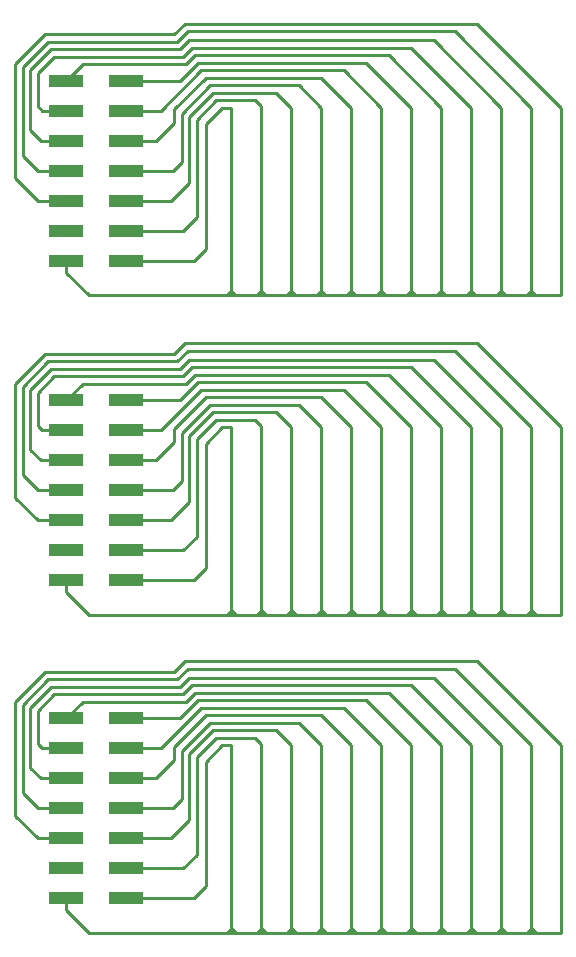
<source format=gbr>
%TF.GenerationSoftware,KiCad,Pcbnew,(5.1.6)-1*%
%TF.CreationDate,2022-05-26T21:55:08-04:00*%
%TF.ProjectId,sensor_v1,73656e73-6f72-45f7-9631-2e6b69636164,rev?*%
%TF.SameCoordinates,Original*%
%TF.FileFunction,Copper,L1,Top*%
%TF.FilePolarity,Positive*%
%FSLAX46Y46*%
G04 Gerber Fmt 4.6, Leading zero omitted, Abs format (unit mm)*
G04 Created by KiCad (PCBNEW (5.1.6)-1) date 2022-05-26 21:55:08*
%MOMM*%
%LPD*%
G01*
G04 APERTURE LIST*
%TA.AperFunction,SMDPad,CuDef*%
%ADD10R,3.000000X1.000000*%
%TD*%
%TA.AperFunction,Conductor*%
%ADD11C,0.250000*%
%TD*%
G04 APERTURE END LIST*
D10*
%TO.P,REF\u002A\u002A,1*%
%TO.N,N/C*%
X102977000Y-103251000D03*
%TO.P,REF\u002A\u002A,2*%
X97937000Y-103251000D03*
%TO.P,REF\u002A\u002A,3*%
X102977000Y-105791000D03*
%TO.P,REF\u002A\u002A,4*%
X97937000Y-105791000D03*
%TO.P,REF\u002A\u002A,5*%
X102977000Y-108331000D03*
%TO.P,REF\u002A\u002A,6*%
X97937000Y-108331000D03*
%TO.P,REF\u002A\u002A,7*%
X102977000Y-110871000D03*
%TO.P,REF\u002A\u002A,8*%
X97937000Y-110871000D03*
%TO.P,REF\u002A\u002A,9*%
X102977000Y-113411000D03*
%TO.P,REF\u002A\u002A,10*%
X97937000Y-113411000D03*
%TO.P,REF\u002A\u002A,11*%
X102977000Y-115951000D03*
%TO.P,REF\u002A\u002A,12*%
X97937000Y-115951000D03*
%TO.P,REF\u002A\u002A,13*%
X102977000Y-118491000D03*
%TO.P,REF\u002A\u002A,14*%
X97937000Y-118491000D03*
%TD*%
%TO.P,REF\u002A\u002A,1*%
%TO.N,N/C*%
X102977000Y-76327000D03*
%TO.P,REF\u002A\u002A,2*%
X97937000Y-76327000D03*
%TO.P,REF\u002A\u002A,3*%
X102977000Y-78867000D03*
%TO.P,REF\u002A\u002A,4*%
X97937000Y-78867000D03*
%TO.P,REF\u002A\u002A,5*%
X102977000Y-81407000D03*
%TO.P,REF\u002A\u002A,6*%
X97937000Y-81407000D03*
%TO.P,REF\u002A\u002A,7*%
X102977000Y-83947000D03*
%TO.P,REF\u002A\u002A,8*%
X97937000Y-83947000D03*
%TO.P,REF\u002A\u002A,9*%
X102977000Y-86487000D03*
%TO.P,REF\u002A\u002A,10*%
X97937000Y-86487000D03*
%TO.P,REF\u002A\u002A,11*%
X102977000Y-89027000D03*
%TO.P,REF\u002A\u002A,12*%
X97937000Y-89027000D03*
%TO.P,REF\u002A\u002A,13*%
X102977000Y-91567000D03*
%TO.P,REF\u002A\u002A,14*%
X97937000Y-91567000D03*
%TD*%
%TO.P,REF\u002A\u002A,14*%
%TO.N,N/C*%
X97937000Y-64516000D03*
%TO.P,REF\u002A\u002A,13*%
X102977000Y-64516000D03*
%TO.P,REF\u002A\u002A,12*%
X97937000Y-61976000D03*
%TO.P,REF\u002A\u002A,11*%
X102977000Y-61976000D03*
%TO.P,REF\u002A\u002A,10*%
X97937000Y-59436000D03*
%TO.P,REF\u002A\u002A,9*%
X102977000Y-59436000D03*
%TO.P,REF\u002A\u002A,8*%
X97937000Y-56896000D03*
%TO.P,REF\u002A\u002A,7*%
X102977000Y-56896000D03*
%TO.P,REF\u002A\u002A,6*%
X97937000Y-54356000D03*
%TO.P,REF\u002A\u002A,5*%
X102977000Y-54356000D03*
%TO.P,REF\u002A\u002A,4*%
X97937000Y-51816000D03*
%TO.P,REF\u002A\u002A,3*%
X102977000Y-51816000D03*
%TO.P,REF\u002A\u002A,2*%
X97937000Y-49276000D03*
%TO.P,REF\u002A\u002A,1*%
X102977000Y-49276000D03*
%TD*%
D11*
%TO.N,*%
X97937000Y-65552000D02*
X97937000Y-64516000D01*
X99822000Y-67437000D02*
X97937000Y-65552000D01*
X108712000Y-64516000D02*
X102977000Y-64516000D01*
X111887000Y-51562000D02*
X111125000Y-51562000D01*
X111125000Y-51562000D02*
X109728000Y-52959000D01*
X109728000Y-52959000D02*
X109728000Y-63500000D01*
X109728000Y-63500000D02*
X108712000Y-64516000D01*
X108966000Y-60833000D02*
X107823000Y-61976000D01*
X107823000Y-61976000D02*
X102977000Y-61976000D01*
X114427000Y-51435000D02*
X113919000Y-50927000D01*
X110617000Y-50927000D02*
X108966000Y-52578000D01*
X108966000Y-52578000D02*
X108966000Y-60833000D01*
X113919000Y-50927000D02*
X110617000Y-50927000D01*
X106807000Y-59436000D02*
X102977000Y-59436000D01*
X108331000Y-57912000D02*
X106807000Y-59436000D01*
X116967000Y-51562000D02*
X115697000Y-50292000D01*
X108331000Y-52324000D02*
X108331000Y-57912000D01*
X115697000Y-50292000D02*
X110363000Y-50292000D01*
X110363000Y-50292000D02*
X108331000Y-52324000D01*
X106934000Y-56896000D02*
X102977000Y-56896000D01*
X119507000Y-51562000D02*
X117602000Y-49657000D01*
X117602000Y-49657000D02*
X110109000Y-49657000D01*
X107696000Y-52070000D02*
X107696000Y-56134000D01*
X107696000Y-56134000D02*
X106934000Y-56896000D01*
X110109000Y-49657000D02*
X107696000Y-52070000D01*
X107061000Y-52832000D02*
X105537000Y-54356000D01*
X105537000Y-54356000D02*
X102977000Y-54356000D01*
X122047000Y-51562000D02*
X119507000Y-49022000D01*
X109728000Y-49022000D02*
X107061000Y-51689000D01*
X119507000Y-49022000D02*
X109728000Y-49022000D01*
X107061000Y-51689000D02*
X107061000Y-52832000D01*
X105918000Y-51816000D02*
X102977000Y-51816000D01*
X121412000Y-48387000D02*
X109347000Y-48387000D01*
X109347000Y-48387000D02*
X105918000Y-51816000D01*
X124587000Y-51562000D02*
X121412000Y-48387000D01*
X107569000Y-49276000D02*
X102977000Y-49276000D01*
X123317000Y-47752000D02*
X109093000Y-47752000D01*
X109093000Y-47752000D02*
X107569000Y-49276000D01*
X127127000Y-51562000D02*
X123317000Y-47752000D01*
X99334000Y-47879000D02*
X97937000Y-49276000D01*
X129667000Y-51562000D02*
X125222000Y-47117000D01*
X125222000Y-47117000D02*
X108839000Y-47117000D01*
X108077000Y-47879000D02*
X99334000Y-47879000D01*
X108839000Y-47117000D02*
X108077000Y-47879000D01*
X95885000Y-51816000D02*
X97937000Y-51816000D01*
X95504000Y-51435000D02*
X95885000Y-51816000D01*
X132207000Y-51562000D02*
X127127000Y-46482000D01*
X95504000Y-48641000D02*
X95504000Y-51435000D01*
X96901000Y-47244000D02*
X95504000Y-48641000D01*
X108585000Y-46482000D02*
X107823000Y-47244000D01*
X127127000Y-46482000D02*
X108585000Y-46482000D01*
X107823000Y-47244000D02*
X96901000Y-47244000D01*
X95758000Y-54356000D02*
X97937000Y-54356000D01*
X94869000Y-53467000D02*
X95758000Y-54356000D01*
X96647000Y-46609000D02*
X94869000Y-48387000D01*
X134747000Y-51562000D02*
X129032000Y-45847000D01*
X108331000Y-45847000D02*
X107569000Y-46609000D01*
X129032000Y-45847000D02*
X108331000Y-45847000D01*
X94869000Y-48387000D02*
X94869000Y-53467000D01*
X107569000Y-46609000D02*
X96647000Y-46609000D01*
X95504000Y-56896000D02*
X97937000Y-56896000D01*
X94234000Y-48133000D02*
X94234000Y-55626000D01*
X137287000Y-51562000D02*
X130810000Y-45085000D01*
X130810000Y-45085000D02*
X108204000Y-45085000D01*
X96393000Y-45974000D02*
X94234000Y-48133000D01*
X108204000Y-45085000D02*
X107315000Y-45974000D01*
X94234000Y-55626000D02*
X95504000Y-56896000D01*
X107315000Y-45974000D02*
X96393000Y-45974000D01*
X108077000Y-74930000D02*
X99334000Y-74930000D01*
X108839000Y-74168000D02*
X108077000Y-74930000D01*
X129667000Y-78613000D02*
X125222000Y-74168000D01*
X125222000Y-74168000D02*
X108839000Y-74168000D01*
X132207000Y-78613000D02*
X127127000Y-73533000D01*
X96901000Y-74295000D02*
X95504000Y-75692000D01*
X95504000Y-75692000D02*
X95504000Y-78486000D01*
X95885000Y-78867000D02*
X97937000Y-78867000D01*
X95504000Y-78486000D02*
X95885000Y-78867000D01*
X108585000Y-73533000D02*
X107823000Y-74295000D01*
X107823000Y-74295000D02*
X96901000Y-74295000D01*
X127127000Y-73533000D02*
X108585000Y-73533000D01*
X107315000Y-73025000D02*
X96393000Y-73025000D01*
X95504000Y-83947000D02*
X97937000Y-83947000D01*
X94234000Y-75184000D02*
X94234000Y-82677000D01*
X137287000Y-78613000D02*
X130810000Y-72136000D01*
X108204000Y-72136000D02*
X107315000Y-73025000D01*
X130810000Y-72136000D02*
X108204000Y-72136000D01*
X96393000Y-73025000D02*
X94234000Y-75184000D01*
X94234000Y-82677000D02*
X95504000Y-83947000D01*
X109728000Y-80010000D02*
X109728000Y-90551000D01*
X109728000Y-90551000D02*
X108712000Y-91567000D01*
X108712000Y-91567000D02*
X102977000Y-91567000D01*
X111125000Y-78613000D02*
X109728000Y-80010000D01*
X111887000Y-78613000D02*
X111125000Y-78613000D01*
X105537000Y-81407000D02*
X102977000Y-81407000D01*
X122047000Y-78613000D02*
X119507000Y-76073000D01*
X109728000Y-76073000D02*
X107061000Y-78740000D01*
X95504000Y-86487000D02*
X97937000Y-86487000D01*
X132715000Y-71501000D02*
X107950000Y-71501000D01*
X119507000Y-76073000D02*
X109728000Y-76073000D01*
X107061000Y-78740000D02*
X107061000Y-79883000D01*
X107061000Y-72390000D02*
X96139000Y-72390000D01*
X139827000Y-94488000D02*
X139827000Y-78613000D01*
X107569000Y-76327000D02*
X102977000Y-76327000D01*
X108331000Y-79375000D02*
X108331000Y-84963000D01*
X139827000Y-78613000D02*
X132715000Y-71501000D01*
X123317000Y-74803000D02*
X109093000Y-74803000D01*
X93599000Y-84582000D02*
X95504000Y-86487000D01*
X93599000Y-74930000D02*
X93599000Y-84582000D01*
X109093000Y-74803000D02*
X107569000Y-76327000D01*
X106807000Y-86487000D02*
X102977000Y-86487000D01*
X115697000Y-77343000D02*
X110363000Y-77343000D01*
X107950000Y-71501000D02*
X107061000Y-72390000D01*
X108331000Y-84963000D02*
X106807000Y-86487000D01*
X110363000Y-77343000D02*
X108331000Y-79375000D01*
X96139000Y-72390000D02*
X93599000Y-74930000D01*
X116967000Y-78613000D02*
X115697000Y-77343000D01*
X107061000Y-79883000D02*
X105537000Y-81407000D01*
X110617000Y-77978000D02*
X108966000Y-79629000D01*
X121412000Y-75438000D02*
X109347000Y-75438000D01*
X99822000Y-94488000D02*
X97937000Y-92603000D01*
X99334000Y-74930000D02*
X97937000Y-76327000D01*
X96647000Y-73660000D02*
X94869000Y-75438000D01*
X109347000Y-75438000D02*
X105918000Y-78867000D01*
X95758000Y-81407000D02*
X97937000Y-81407000D01*
X108966000Y-79629000D02*
X108966000Y-87884000D01*
X94869000Y-80518000D02*
X95758000Y-81407000D01*
X105918000Y-78867000D02*
X102977000Y-78867000D01*
X124587000Y-78613000D02*
X121412000Y-75438000D01*
X108966000Y-87884000D02*
X107823000Y-89027000D01*
X107823000Y-89027000D02*
X102977000Y-89027000D01*
X114427000Y-78486000D02*
X113919000Y-77978000D01*
X134747000Y-78613000D02*
X129032000Y-72898000D01*
X113919000Y-77978000D02*
X110617000Y-77978000D01*
X97937000Y-92603000D02*
X97937000Y-91567000D01*
X127127000Y-78613000D02*
X123317000Y-74803000D01*
X129032000Y-72898000D02*
X108331000Y-72898000D01*
X110109000Y-76708000D02*
X107696000Y-79121000D01*
X119507000Y-78613000D02*
X117602000Y-76708000D01*
X107569000Y-73660000D02*
X96647000Y-73660000D01*
X117602000Y-76708000D02*
X110109000Y-76708000D01*
X107696000Y-79121000D02*
X107696000Y-83185000D01*
X94869000Y-75438000D02*
X94869000Y-80518000D01*
X108331000Y-72898000D02*
X107569000Y-73660000D01*
X106934000Y-83947000D02*
X102977000Y-83947000D01*
X107696000Y-83185000D02*
X106934000Y-83947000D01*
X111887000Y-67437000D02*
X112522000Y-67437000D01*
X111379000Y-67437000D02*
X99822000Y-67437000D01*
X111887000Y-66675000D02*
X111887000Y-51562000D01*
X113919000Y-67437000D02*
X114935000Y-67437000D01*
X112522000Y-67437000D02*
X113919000Y-67437000D01*
X114427000Y-66548000D02*
X114427000Y-51435000D01*
X119507000Y-67310000D02*
X119634000Y-67437000D01*
X119507000Y-66548000D02*
X119507000Y-67310000D01*
X119507000Y-66548000D02*
X119507000Y-51562000D01*
X116586000Y-67437000D02*
X116967000Y-67056000D01*
X116967000Y-67056000D02*
X116967000Y-51562000D01*
X116967000Y-67437000D02*
X116967000Y-67056000D01*
X116967000Y-67056000D02*
X117348000Y-67437000D01*
X116586000Y-67437000D02*
X117348000Y-67437000D01*
X117348000Y-67437000D02*
X118872000Y-67437000D01*
X114427000Y-67056000D02*
X114046000Y-67437000D01*
X113919000Y-67437000D02*
X114046000Y-67437000D01*
X114427000Y-67056000D02*
X114427000Y-66548000D01*
X114427000Y-67437000D02*
X114427000Y-67056000D01*
X114046000Y-67437000D02*
X114808000Y-67437000D01*
X114427000Y-67056000D02*
X114808000Y-67437000D01*
X114808000Y-67437000D02*
X116586000Y-67437000D01*
X111887000Y-67437000D02*
X111506000Y-67437000D01*
X111887000Y-67056000D02*
X111506000Y-67437000D01*
X111506000Y-67437000D02*
X111379000Y-67437000D01*
X111887000Y-67056000D02*
X111887000Y-67437000D01*
X111887000Y-66675000D02*
X111887000Y-67056000D01*
X111887000Y-67056000D02*
X112268000Y-67437000D01*
X111379000Y-67437000D02*
X112268000Y-67437000D01*
X112268000Y-67437000D02*
X112522000Y-67437000D01*
X119126000Y-67437000D02*
X119634000Y-67437000D01*
X118872000Y-67437000D02*
X119126000Y-67437000D01*
X119507000Y-67056000D02*
X119507000Y-66548000D01*
X119507000Y-67056000D02*
X119126000Y-67437000D01*
X119507000Y-67437000D02*
X119507000Y-67056000D01*
X119507000Y-67056000D02*
X119888000Y-67437000D01*
X119634000Y-67437000D02*
X119888000Y-67437000D01*
X119888000Y-67437000D02*
X120142000Y-67437000D01*
X122047000Y-66929000D02*
X122047000Y-67056000D01*
X122047000Y-67056000D02*
X121666000Y-67437000D01*
X122047000Y-67437000D02*
X122047000Y-66929000D01*
X122047000Y-66929000D02*
X122047000Y-51562000D01*
X118872000Y-67437000D02*
X121666000Y-67437000D01*
X121666000Y-67437000D02*
X122428000Y-67437000D01*
X122047000Y-67056000D02*
X122428000Y-67437000D01*
X124587000Y-67056000D02*
X124206000Y-67437000D01*
X122428000Y-67437000D02*
X124206000Y-67437000D01*
X124587000Y-67056000D02*
X124587000Y-51562000D01*
X124587000Y-67437000D02*
X124587000Y-67056000D01*
X124587000Y-67056000D02*
X124968000Y-67437000D01*
X124206000Y-67437000D02*
X124968000Y-67437000D01*
X124968000Y-67437000D02*
X126746000Y-67437000D01*
X127127000Y-67056000D02*
X127127000Y-51562000D01*
X127127000Y-67056000D02*
X126746000Y-67437000D01*
X127127000Y-67437000D02*
X127127000Y-67056000D01*
X127127000Y-67056000D02*
X127508000Y-67437000D01*
X126746000Y-67437000D02*
X127508000Y-67437000D01*
X129667000Y-67056000D02*
X129286000Y-67437000D01*
X129667000Y-67437000D02*
X129667000Y-66929000D01*
X129667000Y-66929000D02*
X129667000Y-51562000D01*
X127508000Y-67437000D02*
X129286000Y-67437000D01*
X129667000Y-67056000D02*
X130048000Y-67437000D01*
X129667000Y-66929000D02*
X129667000Y-67056000D01*
X129286000Y-67437000D02*
X130048000Y-67437000D01*
X132207000Y-67056000D02*
X131826000Y-67437000D01*
X130048000Y-67437000D02*
X131826000Y-67437000D01*
X132207000Y-67056000D02*
X132207000Y-51562000D01*
X132207000Y-67437000D02*
X132207000Y-67056000D01*
X132207000Y-67056000D02*
X132588000Y-67437000D01*
X131826000Y-67437000D02*
X132588000Y-67437000D01*
X132588000Y-67437000D02*
X134366000Y-67437000D01*
X134747000Y-67056000D02*
X134747000Y-51562000D01*
X134747000Y-67056000D02*
X134366000Y-67437000D01*
X134747000Y-67437000D02*
X134747000Y-67056000D01*
X134747000Y-67056000D02*
X135128000Y-67437000D01*
X134366000Y-67437000D02*
X135128000Y-67437000D01*
X137287000Y-67056000D02*
X136906000Y-67437000D01*
X135128000Y-67437000D02*
X136906000Y-67437000D01*
X137287000Y-67437000D02*
X137287000Y-67056000D01*
X137287000Y-67056000D02*
X137668000Y-67437000D01*
X137287000Y-66929000D02*
X137287000Y-67056000D01*
X137287000Y-66929000D02*
X137287000Y-51562000D01*
X136906000Y-67437000D02*
X137668000Y-67437000D01*
X96139000Y-45339000D02*
X93599000Y-47879000D01*
X93599000Y-47879000D02*
X93599000Y-57531000D01*
X139827000Y-67437000D02*
X139827000Y-51562000D01*
X93599000Y-57531000D02*
X95504000Y-59436000D01*
X95504000Y-59436000D02*
X97937000Y-59436000D01*
X107950000Y-44450000D02*
X107061000Y-45339000D01*
X107061000Y-45339000D02*
X96139000Y-45339000D01*
X132715000Y-44450000D02*
X107950000Y-44450000D01*
X139827000Y-51562000D02*
X132715000Y-44450000D01*
X137668000Y-67437000D02*
X139827000Y-67437000D01*
X111887000Y-94107000D02*
X111506000Y-94488000D01*
X111506000Y-94488000D02*
X99822000Y-94488000D01*
X111887000Y-94107000D02*
X111887000Y-78613000D01*
X111887000Y-94488000D02*
X111506000Y-94488000D01*
X111887000Y-94488000D02*
X111887000Y-94107000D01*
X111887000Y-94488000D02*
X112268000Y-94488000D01*
X111887000Y-94107000D02*
X112268000Y-94488000D01*
X114427000Y-94107000D02*
X114046000Y-94488000D01*
X114427000Y-94488000D02*
X114427000Y-93980000D01*
X114427000Y-93980000D02*
X114427000Y-78486000D01*
X112268000Y-94488000D02*
X114046000Y-94488000D01*
X114427000Y-93980000D02*
X114427000Y-94107000D01*
X114427000Y-94107000D02*
X114808000Y-94488000D01*
X114046000Y-94488000D02*
X114808000Y-94488000D01*
X116967000Y-94107000D02*
X116586000Y-94488000D01*
X116967000Y-93980000D02*
X116967000Y-78613000D01*
X114808000Y-94488000D02*
X116586000Y-94488000D01*
X116967000Y-94488000D02*
X116967000Y-93980000D01*
X116967000Y-94107000D02*
X117348000Y-94488000D01*
X116967000Y-93980000D02*
X116967000Y-94107000D01*
X116586000Y-94488000D02*
X117348000Y-94488000D01*
X119507000Y-94488000D02*
X119507000Y-93980000D01*
X119507000Y-93980000D02*
X119507000Y-78613000D01*
X117348000Y-94488000D02*
X119126000Y-94488000D01*
X119507000Y-94107000D02*
X119126000Y-94488000D01*
X119507000Y-93980000D02*
X119507000Y-94107000D01*
X119126000Y-94488000D02*
X119888000Y-94488000D01*
X119507000Y-94107000D02*
X119888000Y-94488000D01*
X122047000Y-94107000D02*
X121666000Y-94488000D01*
X122047000Y-94488000D02*
X122047000Y-93980000D01*
X122047000Y-93980000D02*
X122047000Y-78613000D01*
X119888000Y-94488000D02*
X121666000Y-94488000D01*
X122047000Y-93980000D02*
X122047000Y-94107000D01*
X121666000Y-94488000D02*
X122428000Y-94488000D01*
X122047000Y-94107000D02*
X122428000Y-94488000D01*
X124587000Y-94107000D02*
X124206000Y-94488000D01*
X124587000Y-94488000D02*
X124587000Y-93980000D01*
X124587000Y-93980000D02*
X124587000Y-78613000D01*
X122428000Y-94488000D02*
X124206000Y-94488000D01*
X124587000Y-93980000D02*
X124587000Y-94107000D01*
X124587000Y-94107000D02*
X124968000Y-94488000D01*
X124206000Y-94488000D02*
X124968000Y-94488000D01*
X127127000Y-94107000D02*
X126746000Y-94488000D01*
X127127000Y-94488000D02*
X127127000Y-93980000D01*
X127127000Y-93980000D02*
X127127000Y-78613000D01*
X124968000Y-94488000D02*
X126746000Y-94488000D01*
X127127000Y-94107000D02*
X127508000Y-94488000D01*
X127127000Y-93980000D02*
X127127000Y-94107000D01*
X126746000Y-94488000D02*
X127508000Y-94488000D01*
X129667000Y-94107000D02*
X129286000Y-94488000D01*
X129667000Y-94488000D02*
X129667000Y-93980000D01*
X129667000Y-93980000D02*
X129667000Y-78613000D01*
X127508000Y-94488000D02*
X129286000Y-94488000D01*
X129667000Y-93980000D02*
X129667000Y-94107000D01*
X129286000Y-94488000D02*
X130048000Y-94488000D01*
X129667000Y-94107000D02*
X130048000Y-94488000D01*
X132207000Y-94107000D02*
X131826000Y-94488000D01*
X132207000Y-94488000D02*
X132207000Y-93980000D01*
X132207000Y-93980000D02*
X132207000Y-78613000D01*
X130048000Y-94488000D02*
X131826000Y-94488000D01*
X132207000Y-94107000D02*
X132588000Y-94488000D01*
X132207000Y-93980000D02*
X132207000Y-94107000D01*
X131826000Y-94488000D02*
X132588000Y-94488000D01*
X134747000Y-94107000D02*
X134366000Y-94488000D01*
X134747000Y-94488000D02*
X134747000Y-93980000D01*
X134747000Y-93980000D02*
X134747000Y-78613000D01*
X132588000Y-94488000D02*
X134366000Y-94488000D01*
X134747000Y-94107000D02*
X135128000Y-94488000D01*
X134747000Y-93980000D02*
X134747000Y-94107000D01*
X134366000Y-94488000D02*
X135128000Y-94488000D01*
X137287000Y-94107000D02*
X136906000Y-94488000D01*
X137287000Y-93980000D02*
X137287000Y-78613000D01*
X137287000Y-94488000D02*
X137287000Y-93980000D01*
X135128000Y-94488000D02*
X136906000Y-94488000D01*
X137287000Y-94107000D02*
X137668000Y-94488000D01*
X137287000Y-93980000D02*
X137287000Y-94107000D01*
X136906000Y-94488000D02*
X137668000Y-94488000D01*
X137668000Y-94488000D02*
X139827000Y-94488000D01*
X118872000Y-121412000D02*
X119126000Y-121412000D01*
X137668000Y-121412000D02*
X139827000Y-121412000D01*
X122428000Y-121412000D02*
X124206000Y-121412000D01*
X122047000Y-120904000D02*
X122047000Y-121031000D01*
X118872000Y-121412000D02*
X121666000Y-121412000D01*
X127127000Y-121031000D02*
X127508000Y-121412000D01*
X111379000Y-121412000D02*
X112268000Y-121412000D01*
X129667000Y-121412000D02*
X129667000Y-120904000D01*
X107061000Y-99314000D02*
X96139000Y-99314000D01*
X121666000Y-121412000D02*
X122428000Y-121412000D01*
X119126000Y-121412000D02*
X119634000Y-121412000D01*
X132715000Y-98425000D02*
X107950000Y-98425000D01*
X139827000Y-105537000D02*
X132715000Y-98425000D01*
X136906000Y-121412000D02*
X137668000Y-121412000D01*
X129286000Y-121412000D02*
X130048000Y-121412000D01*
X114427000Y-121031000D02*
X114046000Y-121412000D01*
X132207000Y-121031000D02*
X131826000Y-121412000D01*
X122047000Y-120904000D02*
X122047000Y-105537000D01*
X134747000Y-121031000D02*
X134747000Y-105537000D01*
X124968000Y-121412000D02*
X126746000Y-121412000D01*
X129667000Y-121031000D02*
X129286000Y-121412000D01*
X107950000Y-98425000D02*
X107061000Y-99314000D01*
X111887000Y-121412000D02*
X111506000Y-121412000D01*
X114427000Y-121031000D02*
X114808000Y-121412000D01*
X137287000Y-120904000D02*
X137287000Y-105537000D01*
X124587000Y-121031000D02*
X124587000Y-105537000D01*
X93599000Y-111506000D02*
X95504000Y-113411000D01*
X93599000Y-101854000D02*
X93599000Y-111506000D01*
X122047000Y-121412000D02*
X122047000Y-120904000D01*
X112522000Y-121412000D02*
X113919000Y-121412000D01*
X119634000Y-121412000D02*
X119888000Y-121412000D01*
X134747000Y-121031000D02*
X134366000Y-121412000D01*
X96139000Y-99314000D02*
X93599000Y-101854000D01*
X137287000Y-121031000D02*
X137668000Y-121412000D01*
X129667000Y-121031000D02*
X130048000Y-121412000D01*
X132207000Y-121031000D02*
X132207000Y-105537000D01*
X127127000Y-121031000D02*
X126746000Y-121412000D01*
X114046000Y-121412000D02*
X114808000Y-121412000D01*
X119507000Y-120523000D02*
X119507000Y-121285000D01*
X127508000Y-121412000D02*
X129286000Y-121412000D01*
X131826000Y-121412000D02*
X132588000Y-121412000D01*
X129667000Y-120904000D02*
X129667000Y-105537000D01*
X132207000Y-121412000D02*
X132207000Y-121031000D01*
X111887000Y-121031000D02*
X112268000Y-121412000D01*
X129667000Y-120904000D02*
X129667000Y-121031000D01*
X119507000Y-121031000D02*
X119888000Y-121412000D01*
X119888000Y-121412000D02*
X120142000Y-121412000D01*
X95504000Y-113411000D02*
X97937000Y-113411000D01*
X137287000Y-121412000D02*
X137287000Y-121031000D01*
X124206000Y-121412000D02*
X124968000Y-121412000D01*
X111887000Y-121031000D02*
X111887000Y-121412000D01*
X124587000Y-121031000D02*
X124206000Y-121412000D01*
X134747000Y-121031000D02*
X135128000Y-121412000D01*
X139827000Y-121412000D02*
X139827000Y-105537000D01*
X137287000Y-120904000D02*
X137287000Y-121031000D01*
X130048000Y-121412000D02*
X131826000Y-121412000D01*
X112268000Y-121412000D02*
X112522000Y-121412000D01*
X135128000Y-121412000D02*
X136906000Y-121412000D01*
X127127000Y-121031000D02*
X127127000Y-105537000D01*
X119507000Y-121031000D02*
X119507000Y-120523000D01*
X126746000Y-121412000D02*
X127508000Y-121412000D01*
X122047000Y-121031000D02*
X122428000Y-121412000D01*
X114427000Y-120523000D02*
X114427000Y-105410000D01*
X137287000Y-121031000D02*
X136906000Y-121412000D01*
X124587000Y-121031000D02*
X124968000Y-121412000D01*
X119507000Y-121412000D02*
X119507000Y-121031000D01*
X111887000Y-121412000D02*
X112522000Y-121412000D01*
X122047000Y-121031000D02*
X121666000Y-121412000D01*
X132207000Y-121031000D02*
X132588000Y-121412000D01*
X134747000Y-121412000D02*
X134747000Y-121031000D01*
X111887000Y-120650000D02*
X111887000Y-121031000D01*
X114808000Y-121412000D02*
X116586000Y-121412000D01*
X127127000Y-121412000D02*
X127127000Y-121031000D01*
X134366000Y-121412000D02*
X135128000Y-121412000D01*
X119507000Y-121031000D02*
X119126000Y-121412000D01*
X124587000Y-121412000D02*
X124587000Y-121031000D01*
X132588000Y-121412000D02*
X134366000Y-121412000D01*
X95504000Y-110871000D02*
X97937000Y-110871000D01*
X117348000Y-121412000D02*
X118872000Y-121412000D01*
X94234000Y-102108000D02*
X94234000Y-109601000D01*
X96901000Y-101219000D02*
X95504000Y-102616000D01*
X105918000Y-105791000D02*
X102977000Y-105791000D01*
X107569000Y-103251000D02*
X102977000Y-103251000D01*
X107823000Y-101219000D02*
X96901000Y-101219000D01*
X132207000Y-105537000D02*
X127127000Y-100457000D01*
X116967000Y-121031000D02*
X117348000Y-121412000D01*
X111506000Y-121412000D02*
X111379000Y-121412000D01*
X113919000Y-121412000D02*
X114935000Y-121412000D01*
X124587000Y-105537000D02*
X121412000Y-102362000D01*
X111887000Y-121031000D02*
X111506000Y-121412000D01*
X114427000Y-121412000D02*
X114427000Y-121031000D01*
X114427000Y-121031000D02*
X114427000Y-120523000D01*
X116586000Y-121412000D02*
X116967000Y-121031000D01*
X134747000Y-105537000D02*
X129032000Y-99822000D01*
X127127000Y-100457000D02*
X108585000Y-100457000D01*
X107823000Y-115951000D02*
X102977000Y-115951000D01*
X94234000Y-109601000D02*
X95504000Y-110871000D01*
X95504000Y-102616000D02*
X95504000Y-105410000D01*
X109093000Y-101727000D02*
X107569000Y-103251000D01*
X117602000Y-103632000D02*
X110109000Y-103632000D01*
X96647000Y-100584000D02*
X94869000Y-102362000D01*
X108839000Y-101092000D02*
X108077000Y-101854000D01*
X123317000Y-101727000D02*
X109093000Y-101727000D01*
X109347000Y-102362000D02*
X105918000Y-105791000D01*
X115697000Y-104267000D02*
X110363000Y-104267000D01*
X121412000Y-102362000D02*
X109347000Y-102362000D01*
X108204000Y-99060000D02*
X107315000Y-99949000D01*
X129032000Y-99822000D02*
X108331000Y-99822000D01*
X109728000Y-102997000D02*
X107061000Y-105664000D01*
X106807000Y-113411000D02*
X102977000Y-113411000D01*
X116967000Y-121031000D02*
X116967000Y-105537000D01*
X119507000Y-120523000D02*
X119507000Y-105537000D01*
X111379000Y-121412000D02*
X99822000Y-121412000D01*
X111887000Y-120650000D02*
X111887000Y-105537000D01*
X95504000Y-105410000D02*
X95885000Y-105791000D01*
X107569000Y-100584000D02*
X96647000Y-100584000D01*
X107315000Y-99949000D02*
X96393000Y-99949000D01*
X108585000Y-100457000D02*
X107823000Y-101219000D01*
X113919000Y-104902000D02*
X110617000Y-104902000D01*
X96393000Y-99949000D02*
X94234000Y-102108000D01*
X95885000Y-105791000D02*
X97937000Y-105791000D01*
X108331000Y-99822000D02*
X107569000Y-100584000D01*
X130810000Y-99060000D02*
X108204000Y-99060000D01*
X110109000Y-103632000D02*
X107696000Y-106045000D01*
X94869000Y-102362000D02*
X94869000Y-107442000D01*
X95758000Y-108331000D02*
X97937000Y-108331000D01*
X99334000Y-101854000D02*
X97937000Y-103251000D01*
X127127000Y-105537000D02*
X123317000Y-101727000D01*
X122047000Y-105537000D02*
X119507000Y-102997000D01*
X107061000Y-106807000D02*
X105537000Y-108331000D01*
X119507000Y-105537000D02*
X117602000Y-103632000D01*
X108331000Y-111887000D02*
X106807000Y-113411000D01*
X119507000Y-121285000D02*
X119634000Y-121412000D01*
X113919000Y-121412000D02*
X114046000Y-121412000D01*
X116586000Y-121412000D02*
X117348000Y-121412000D01*
X116967000Y-121412000D02*
X116967000Y-121031000D01*
X108077000Y-101854000D02*
X99334000Y-101854000D01*
X110363000Y-104267000D02*
X108331000Y-106299000D01*
X107696000Y-106045000D02*
X107696000Y-110109000D01*
X137287000Y-105537000D02*
X130810000Y-99060000D01*
X94869000Y-107442000D02*
X95758000Y-108331000D01*
X108331000Y-106299000D02*
X108331000Y-111887000D01*
X114427000Y-105410000D02*
X113919000Y-104902000D01*
X125222000Y-101092000D02*
X108839000Y-101092000D01*
X109728000Y-106934000D02*
X109728000Y-117475000D01*
X105537000Y-108331000D02*
X102977000Y-108331000D01*
X107696000Y-110109000D02*
X106934000Y-110871000D01*
X116967000Y-105537000D02*
X115697000Y-104267000D01*
X108966000Y-106553000D02*
X108966000Y-114808000D01*
X119507000Y-102997000D02*
X109728000Y-102997000D01*
X108966000Y-114808000D02*
X107823000Y-115951000D01*
X109728000Y-117475000D02*
X108712000Y-118491000D01*
X111887000Y-105537000D02*
X111125000Y-105537000D01*
X108712000Y-118491000D02*
X102977000Y-118491000D01*
X99822000Y-121412000D02*
X97937000Y-119527000D01*
X129667000Y-105537000D02*
X125222000Y-101092000D01*
X111125000Y-105537000D02*
X109728000Y-106934000D01*
X97937000Y-119527000D02*
X97937000Y-118491000D01*
X107061000Y-105664000D02*
X107061000Y-106807000D01*
X106934000Y-110871000D02*
X102977000Y-110871000D01*
X110617000Y-104902000D02*
X108966000Y-106553000D01*
%TD*%
M02*

</source>
